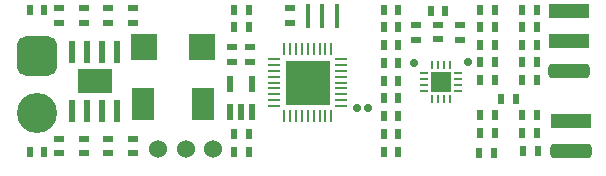
<source format=gtp>
G04*
G04 #@! TF.GenerationSoftware,Altium Limited,Altium Designer,21.6.1 (37)*
G04*
G04 Layer_Color=8421504*
%FSLAX44Y44*%
%MOMM*%
G71*
G04*
G04 #@! TF.SameCoordinates,9FB014CB-82BC-4BCF-9562-701BA5A7175F*
G04*
G04*
G04 #@! TF.FilePolarity,Positive*
G04*
G01*
G75*
G04:AMPARAMS|DCode=19|XSize=1.2mm|YSize=3.5mm|CornerRadius=0.3mm|HoleSize=0mm|Usage=FLASHONLY|Rotation=90.000|XOffset=0mm|YOffset=0mm|HoleType=Round|Shape=RoundedRectangle|*
%AMROUNDEDRECTD19*
21,1,1.2000,2.9000,0,0,90.0*
21,1,0.6000,3.5000,0,0,90.0*
1,1,0.6000,1.4500,0.3000*
1,1,0.6000,1.4500,-0.3000*
1,1,0.6000,-1.4500,-0.3000*
1,1,0.6000,-1.4500,0.3000*
%
%ADD19ROUNDEDRECTD19*%
%ADD20R,3.5000X1.2000*%
%ADD21R,0.8500X0.6000*%
%ADD22R,0.6000X0.8500*%
%ADD23R,1.9050X2.7940*%
%ADD24C,1.5240*%
%ADD25C,0.7000*%
%ADD26R,0.4000X2.0000*%
%ADD27R,0.2600X1.0800*%
%ADD28R,0.7080X0.2548*%
%ADD29R,0.2548X0.7080*%
%ADD30R,1.7526X1.7526*%
%ADD31R,3.0000X2.1300*%
%ADD32R,0.6000X1.9700*%
%ADD33R,2.2000X2.3000*%
G04:AMPARAMS|DCode=34|XSize=3.4mm|YSize=3.4mm|CornerRadius=0.85mm|HoleSize=0mm|Usage=FLASHONLY|Rotation=180.000|XOffset=0mm|YOffset=0mm|HoleType=Round|Shape=RoundedRectangle|*
%AMROUNDEDRECTD34*
21,1,3.4000,1.7000,0,0,180.0*
21,1,1.7000,3.4000,0,0,180.0*
1,1,1.7000,-0.8500,0.8500*
1,1,1.7000,0.8500,0.8500*
1,1,1.7000,0.8500,-0.8500*
1,1,1.7000,-0.8500,-0.8500*
%
%ADD34ROUNDEDRECTD34*%
%ADD35C,3.4000*%
%ADD36R,1.0800X0.2600*%
%ADD37R,3.7000X3.7000*%
%ADD38R,0.5588X1.3208*%
G36*
X284400Y330174D02*
Y337174D01*
X295800D01*
Y330174D01*
X284400D01*
D02*
G37*
G36*
Y339574D02*
Y346574D01*
X295800D01*
Y339574D01*
X284400D01*
D02*
G37*
G36*
X298200Y330174D02*
Y337174D01*
X309600D01*
Y330174D01*
X298200D01*
D02*
G37*
G36*
Y339574D02*
Y346574D01*
X309600D01*
Y339574D01*
X298200D01*
D02*
G37*
G36*
X489076Y349737D02*
Y325767D01*
X465107D01*
Y349737D01*
X489076D01*
D02*
G37*
D19*
X698608Y347400D02*
D03*
X700200Y279638D02*
D03*
D20*
X698608Y398200D02*
D03*
Y372800D02*
D03*
X700200Y305038D02*
D03*
D21*
X287830Y277556D02*
D03*
Y290000D02*
D03*
X267000Y277556D02*
D03*
Y290000D02*
D03*
X329490Y277556D02*
D03*
Y290000D02*
D03*
X308660D02*
D03*
Y277556D02*
D03*
X287830Y400456D02*
D03*
Y388012D02*
D03*
X267000D02*
D03*
Y400456D02*
D03*
X329490D02*
D03*
Y388012D02*
D03*
X308660D02*
D03*
Y400456D02*
D03*
X569400Y373778D02*
D03*
Y386222D02*
D03*
X587900Y386444D02*
D03*
Y374000D02*
D03*
X606400Y373778D02*
D03*
Y386222D02*
D03*
X413057Y355132D02*
D03*
Y367576D02*
D03*
X428941Y355132D02*
D03*
Y367576D02*
D03*
X462000Y400480D02*
D03*
Y388036D02*
D03*
D22*
X254322Y278806D02*
D03*
X241878D02*
D03*
X254322Y399206D02*
D03*
X241878D02*
D03*
X659020Y294953D02*
D03*
X671464D02*
D03*
Y309850D02*
D03*
X659020D02*
D03*
X671464Y369437D02*
D03*
X659020D02*
D03*
X671464Y339643D02*
D03*
X659020D02*
D03*
Y354540D02*
D03*
X671464D02*
D03*
Y384334D02*
D03*
X659020D02*
D03*
Y399230D02*
D03*
X671464D02*
D03*
X623345Y294953D02*
D03*
X635789D02*
D03*
X623345Y309850D02*
D03*
X635789D02*
D03*
X640932Y323800D02*
D03*
X653376D02*
D03*
X635789Y339643D02*
D03*
X623345D02*
D03*
X635789Y354540D02*
D03*
X623345D02*
D03*
Y369437D02*
D03*
X635789D02*
D03*
Y384334D02*
D03*
X623345D02*
D03*
X541576Y384177D02*
D03*
X554020D02*
D03*
X659800Y279534D02*
D03*
X672244D02*
D03*
X554020Y323965D02*
D03*
X541576D02*
D03*
X414837Y278806D02*
D03*
X427281D02*
D03*
X414837Y293859D02*
D03*
X427281D02*
D03*
X594041Y398347D02*
D03*
X581597D02*
D03*
X541576Y354071D02*
D03*
X554020D02*
D03*
X635789Y399230D02*
D03*
X623345D02*
D03*
X541576Y308912D02*
D03*
X554020D02*
D03*
X541576Y293859D02*
D03*
X554020D02*
D03*
X414837Y384177D02*
D03*
X427281D02*
D03*
X414837Y399230D02*
D03*
X427281D02*
D03*
X541576Y369124D02*
D03*
X554020D02*
D03*
Y399230D02*
D03*
X541576D02*
D03*
X554020Y278806D02*
D03*
X541576D02*
D03*
X554020Y339018D02*
D03*
X541576D02*
D03*
X635009Y278078D02*
D03*
X622565D02*
D03*
D23*
X338200Y319200D02*
D03*
X389000D02*
D03*
D24*
X397600Y281600D02*
D03*
X374100D02*
D03*
X350600D02*
D03*
D25*
X613040Y354770D02*
D03*
X566980Y353740D02*
D03*
X528490Y316200D02*
D03*
X518910D02*
D03*
D26*
X501879Y394123D02*
D03*
X477879D02*
D03*
X489879D02*
D03*
D27*
X487376Y365617D02*
D03*
X492376D02*
D03*
X497376D02*
D03*
X482376D02*
D03*
X477376D02*
D03*
X472376D02*
D03*
X467376D02*
D03*
X462376D02*
D03*
X457376D02*
D03*
Y309317D02*
D03*
X462376D02*
D03*
X467376D02*
D03*
X472376D02*
D03*
X477376D02*
D03*
X482376D02*
D03*
X487376D02*
D03*
X492376D02*
D03*
X497376D02*
D03*
D28*
X575895Y345422D02*
D03*
Y340422D02*
D03*
Y335422D02*
D03*
Y330422D02*
D03*
X604311D02*
D03*
Y335422D02*
D03*
Y340422D02*
D03*
Y345422D02*
D03*
D29*
X582603Y323714D02*
D03*
X587603D02*
D03*
X592603D02*
D03*
X597603D02*
D03*
Y352130D02*
D03*
X592603D02*
D03*
X587603D02*
D03*
X582603D02*
D03*
D30*
X590103Y337922D02*
D03*
D31*
X297000Y338374D02*
D03*
D32*
X277950Y363124D02*
D03*
X290650D02*
D03*
X303350D02*
D03*
X316050D02*
D03*
Y313624D02*
D03*
X303350D02*
D03*
X290650D02*
D03*
X277950D02*
D03*
D33*
X387500Y367200D02*
D03*
X338500D02*
D03*
D34*
X248100Y360249D02*
D03*
D35*
Y311249D02*
D03*
D36*
X449226Y352467D02*
D03*
Y347467D02*
D03*
Y342467D02*
D03*
Y337467D02*
D03*
Y332467D02*
D03*
Y327467D02*
D03*
Y322467D02*
D03*
Y317467D02*
D03*
X505526D02*
D03*
Y322467D02*
D03*
Y327467D02*
D03*
Y332467D02*
D03*
Y337467D02*
D03*
Y342467D02*
D03*
Y347467D02*
D03*
Y352467D02*
D03*
X449226Y357467D02*
D03*
X505526D02*
D03*
D37*
X477376Y337467D02*
D03*
D38*
X411601Y312777D02*
D03*
X420999D02*
D03*
X430397D02*
D03*
Y336145D02*
D03*
X411601D02*
D03*
M02*

</source>
